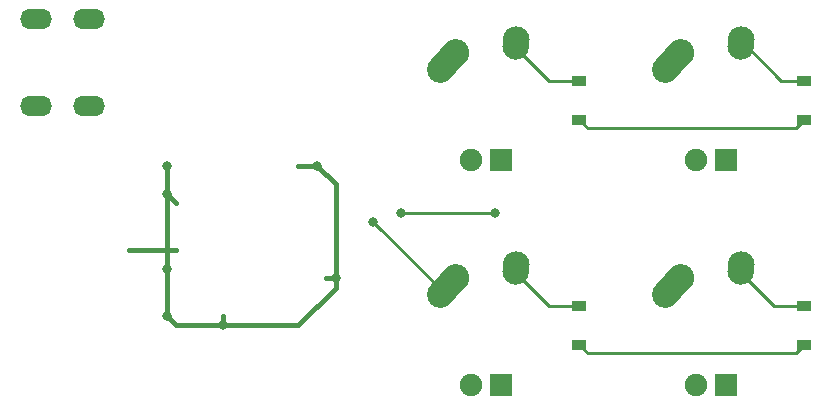
<source format=gbr>
%TF.GenerationSoftware,KiCad,Pcbnew,(6.0.5)*%
%TF.CreationDate,2022-12-18T12:47:56-06:00*%
%TF.ProjectId,ai03-pcb-tutorial,61693033-2d70-4636-922d-7475746f7269,rev?*%
%TF.SameCoordinates,Original*%
%TF.FileFunction,Copper,L2,Bot*%
%TF.FilePolarity,Positive*%
%FSLAX46Y46*%
G04 Gerber Fmt 4.6, Leading zero omitted, Abs format (unit mm)*
G04 Created by KiCad (PCBNEW (6.0.5)) date 2022-12-18 12:47:56*
%MOMM*%
%LPD*%
G01*
G04 APERTURE LIST*
G04 Aperture macros list*
%AMHorizOval*
0 Thick line with rounded ends*
0 $1 width*
0 $2 $3 position (X,Y) of the first rounded end (center of the circle)*
0 $4 $5 position (X,Y) of the second rounded end (center of the circle)*
0 Add line between two ends*
20,1,$1,$2,$3,$4,$5,0*
0 Add two circle primitives to create the rounded ends*
1,1,$1,$2,$3*
1,1,$1,$4,$5*%
G04 Aperture macros list end*
%TA.AperFunction,SMDPad,CuDef*%
%ADD10R,1.200000X0.900000*%
%TD*%
%TA.AperFunction,ComponentPad*%
%ADD11HorizOval,2.250000X0.020000X0.290000X-0.020000X-0.290000X0*%
%TD*%
%TA.AperFunction,ComponentPad*%
%ADD12C,2.250000*%
%TD*%
%TA.AperFunction,ComponentPad*%
%ADD13HorizOval,2.250000X0.655001X0.730000X-0.655001X-0.730000X0*%
%TD*%
%TA.AperFunction,ComponentPad*%
%ADD14C,1.905000*%
%TD*%
%TA.AperFunction,ComponentPad*%
%ADD15R,1.905000X1.905000*%
%TD*%
%TA.AperFunction,ComponentPad*%
%ADD16O,2.700000X1.700000*%
%TD*%
%TA.AperFunction,ViaPad*%
%ADD17C,0.800000*%
%TD*%
%TA.AperFunction,Conductor*%
%ADD18C,0.254000*%
%TD*%
%TA.AperFunction,Conductor*%
%ADD19C,0.381000*%
%TD*%
G04 APERTURE END LIST*
D10*
%TO.P,D2,1,K*%
%TO.N,ROW0*%
X162718750Y-123887500D03*
%TO.P,D2,2,A*%
%TO.N,Net-(D2-Pad2)*%
X162718750Y-120587500D03*
%TD*%
%TO.P,D4,1,K*%
%TO.N,ROW1*%
X162718750Y-142937500D03*
%TO.P,D4,2,A*%
%TO.N,Net-(D4-Pad2)*%
X162718750Y-139637500D03*
%TD*%
D11*
%TO.P,MX4,2,ROW*%
%TO.N,Net-(D4-Pad2)*%
X157301250Y-136497500D03*
D12*
X157321250Y-136207500D03*
D13*
%TO.P,MX4,1,COL*%
%TO.N,COL1*%
X151626251Y-138017500D03*
D12*
X152281250Y-137287500D03*
D14*
%TO.P,MX4,3,LED*%
%TO.N,unconnected-(MX4-Pad3)*%
X153511250Y-146367500D03*
D15*
%TO.P,MX4,4,LEDGND*%
%TO.N,unconnected-(MX4-Pad4)*%
X156051250Y-146367500D03*
%TD*%
D11*
%TO.P,MX1,2,ROW*%
%TO.N,Net-(D1-Pad2)*%
X138251250Y-117447500D03*
D12*
X138271250Y-117157500D03*
D13*
%TO.P,MX1,1,COL*%
%TO.N,COL0*%
X132576251Y-118967500D03*
D12*
X133231250Y-118237500D03*
D14*
%TO.P,MX1,3,LED*%
%TO.N,unconnected-(MX1-Pad3)*%
X134461250Y-127317500D03*
D15*
%TO.P,MX1,4,LEDGND*%
%TO.N,unconnected-(MX1-Pad4)*%
X137001250Y-127317500D03*
%TD*%
D16*
%TO.P,USB1,6,SHIELD*%
%TO.N,unconnected-(USB1-Pad6)*%
X102131250Y-115412500D03*
X102131250Y-122712500D03*
X97631250Y-122712500D03*
X97631250Y-115412500D03*
%TD*%
D11*
%TO.P,MX3,2,ROW*%
%TO.N,Net-(D3-Pad2)*%
X138251250Y-136497500D03*
D12*
X138271250Y-136207500D03*
D13*
%TO.P,MX3,1,COL*%
%TO.N,COL0*%
X132576251Y-138017500D03*
D12*
X133231250Y-137287500D03*
D14*
%TO.P,MX3,3,LED*%
%TO.N,unconnected-(MX3-Pad3)*%
X134461250Y-146367500D03*
D15*
%TO.P,MX3,4,LEDGND*%
%TO.N,unconnected-(MX3-Pad4)*%
X137001250Y-146367500D03*
%TD*%
%TO.P,MX2,4,LEDGND*%
%TO.N,unconnected-(MX2-Pad4)*%
X156051250Y-127317500D03*
D14*
%TO.P,MX2,3,LED*%
%TO.N,unconnected-(MX2-Pad3)*%
X153511250Y-127317500D03*
D12*
%TO.P,MX2,1,COL*%
%TO.N,COL1*%
X152281250Y-118237500D03*
D13*
X151626251Y-118967500D03*
D12*
%TO.P,MX2,2,ROW*%
%TO.N,Net-(D2-Pad2)*%
X157321250Y-117157500D03*
D11*
X157301250Y-117447500D03*
%TD*%
D10*
%TO.P,D3,1,K*%
%TO.N,ROW1*%
X143668750Y-142937500D03*
%TO.P,D3,2,A*%
%TO.N,Net-(D3-Pad2)*%
X143668750Y-139637500D03*
%TD*%
%TO.P,D1,1,K*%
%TO.N,ROW0*%
X143668750Y-123887500D03*
%TO.P,D1,2,A*%
%TO.N,Net-(D1-Pad2)*%
X143668750Y-120587500D03*
%TD*%
D17*
%TO.N,+5V*%
X121443750Y-127793750D03*
X123031250Y-137318750D03*
X113506250Y-141287500D03*
X108743750Y-136525000D03*
X108755953Y-130162797D03*
X108743750Y-140493750D03*
%TO.N,COL0*%
X126206250Y-132556250D03*
%TO.N,COL1*%
X136525000Y-131762500D03*
X128587500Y-131762500D03*
%TO.N,+5V*%
X108743750Y-127793750D03*
%TD*%
D18*
%TO.N,ROW0*%
X161998329Y-124607921D02*
X162718750Y-123887500D01*
%TO.N,ROW1*%
X161998329Y-143657921D02*
X162718750Y-142937500D01*
D19*
%TO.N,+5V*%
X108743750Y-136525000D02*
X108743750Y-140493750D01*
X108743750Y-134937500D02*
X108743750Y-136525000D01*
X108743750Y-130175000D02*
X108755953Y-130162797D01*
X105568750Y-134937500D02*
X109537500Y-134937500D01*
X108743750Y-134937500D02*
X105568750Y-134937500D01*
D18*
%TO.N,COL0*%
X131921250Y-138271250D02*
X131921250Y-138747500D01*
X126206250Y-132556250D02*
X131921250Y-138271250D01*
%TO.N,COL1*%
X129381250Y-131762500D02*
X128587500Y-131762500D01*
X136525000Y-131762500D02*
X129381250Y-131762500D01*
D19*
%TO.N,+5V*%
X113506250Y-141287500D02*
X113506250Y-140493750D01*
X113506250Y-141287500D02*
X119856250Y-141287500D01*
X112712500Y-141287500D02*
X113506250Y-141287500D01*
X121443750Y-127793750D02*
X119856250Y-127793750D01*
X123031250Y-129381250D02*
X121443750Y-127793750D01*
X123031250Y-137318750D02*
X123031250Y-129381250D01*
X123031250Y-137318750D02*
X122237500Y-137318750D01*
X123031250Y-138112500D02*
X123031250Y-137318750D01*
X119856250Y-141287500D02*
X123031250Y-138112500D01*
X108743750Y-140493750D02*
X109537500Y-141287500D01*
X109537500Y-141287500D02*
X112712500Y-141287500D01*
X108743750Y-130175000D02*
X108743750Y-134937500D01*
X109537500Y-130968750D02*
X108743750Y-130175000D01*
X108743750Y-127793750D02*
X108743750Y-130175000D01*
D18*
%TO.N,Net-(D1-Pad2)*%
X141081250Y-120587500D02*
X138231250Y-117737500D01*
X143668750Y-120587500D02*
X141081250Y-120587500D01*
%TO.N,Net-(D3-Pad2)*%
X141081250Y-139637500D02*
X138231250Y-136787500D01*
X143668750Y-139637500D02*
X141081250Y-139637500D01*
%TO.N,Net-(D2-Pad2)*%
X160751250Y-120587500D02*
X157321250Y-117157500D01*
X162718750Y-120587500D02*
X160751250Y-120587500D01*
%TO.N,Net-(D4-Pad2)*%
X160131250Y-139637500D02*
X157281250Y-136787500D01*
X162718750Y-139637500D02*
X160131250Y-139637500D01*
%TO.N,ROW1*%
X144389171Y-143657921D02*
X161998329Y-143657921D01*
X143668750Y-142937500D02*
X144389171Y-143657921D01*
%TO.N,ROW0*%
X144389171Y-124607921D02*
X161998329Y-124607921D01*
X143668750Y-123887500D02*
X144389171Y-124607921D01*
%TD*%
M02*

</source>
